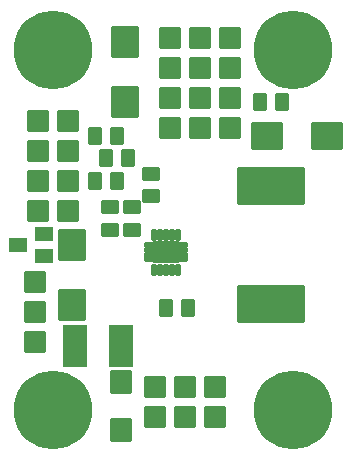
<source format=gbr>
%TF.GenerationSoftware,KiCad,Pcbnew,6.0.4-6f826c9f35~116~ubuntu20.04.1*%
%TF.CreationDate,2022-07-20T12:46:52+00:00*%
%TF.ProjectId,TPS63060V01B,54505336-3330-4363-9056-3031422e6b69,rev?*%
%TF.SameCoordinates,Original*%
%TF.FileFunction,Soldermask,Bot*%
%TF.FilePolarity,Negative*%
%FSLAX46Y46*%
G04 Gerber Fmt 4.6, Leading zero omitted, Abs format (unit mm)*
G04 Created by KiCad (PCBNEW 6.0.4-6f826c9f35~116~ubuntu20.04.1) date 2022-07-20 12:46:52*
%MOMM*%
%LPD*%
G01*
G04 APERTURE LIST*
G04 Aperture macros list*
%AMRoundRect*
0 Rectangle with rounded corners*
0 $1 Rounding radius*
0 $2 $3 $4 $5 $6 $7 $8 $9 X,Y pos of 4 corners*
0 Add a 4 corners polygon primitive as box body*
4,1,4,$2,$3,$4,$5,$6,$7,$8,$9,$2,$3,0*
0 Add four circle primitives for the rounded corners*
1,1,$1+$1,$2,$3*
1,1,$1+$1,$4,$5*
1,1,$1+$1,$6,$7*
1,1,$1+$1,$8,$9*
0 Add four rect primitives between the rounded corners*
20,1,$1+$1,$2,$3,$4,$5,0*
20,1,$1+$1,$4,$5,$6,$7,0*
20,1,$1+$1,$6,$7,$8,$9,0*
20,1,$1+$1,$8,$9,$2,$3,0*%
G04 Aperture macros list end*
%ADD10RoundRect,0.101600X-0.825500X-0.825500X0.825500X-0.825500X0.825500X0.825500X-0.825500X0.825500X0*%
%ADD11RoundRect,0.101600X-0.825500X0.825500X-0.825500X-0.825500X0.825500X-0.825500X0.825500X0.825500X0*%
%ADD12C,6.654800*%
%ADD13RoundRect,0.101600X0.825500X-0.825500X0.825500X0.825500X-0.825500X0.825500X-0.825500X-0.825500X0*%
%ADD14RoundRect,0.101600X0.825500X0.825500X-0.825500X0.825500X-0.825500X-0.825500X0.825500X-0.825500X0*%
%ADD15RoundRect,0.101600X-0.647700X0.495300X-0.647700X-0.495300X0.647700X-0.495300X0.647700X0.495300X0*%
%ADD16RoundRect,0.101600X0.495300X0.647700X-0.495300X0.647700X-0.495300X-0.647700X0.495300X-0.647700X0*%
%ADD17RoundRect,0.101600X-0.700000X0.500000X-0.700000X-0.500000X0.700000X-0.500000X0.700000X0.500000X0*%
%ADD18RoundRect,0.101600X0.850000X-0.900000X0.850000X0.900000X-0.850000X0.900000X-0.850000X-0.900000X0*%
%ADD19RoundRect,0.101600X-0.495300X-0.647700X0.495300X-0.647700X0.495300X0.647700X-0.495300X0.647700X0*%
%ADD20RoundRect,0.101600X-2.750000X-1.500000X2.750000X-1.500000X2.750000X1.500000X-2.750000X1.500000X0*%
%ADD21RoundRect,0.101600X0.647700X-0.495300X0.647700X0.495300X-0.647700X0.495300X-0.647700X-0.495300X0*%
%ADD22RoundRect,0.101600X1.270000X1.079500X-1.270000X1.079500X-1.270000X-1.079500X1.270000X-1.079500X0*%
%ADD23RoundRect,0.101600X-1.079500X1.270000X-1.079500X-1.270000X1.079500X-1.270000X1.079500X1.270000X0*%
%ADD24RoundRect,0.101600X0.950000X1.700000X-0.950000X1.700000X-0.950000X-1.700000X0.950000X-1.700000X0*%
%ADD25RoundRect,0.101600X0.140000X0.425000X-0.140000X0.425000X-0.140000X-0.425000X0.140000X-0.425000X0*%
%ADD26RoundRect,0.101600X1.075000X0.850000X-1.075000X0.850000X-1.075000X-0.850000X1.075000X-0.850000X0*%
%ADD27RoundRect,0.101600X0.350000X0.125000X-0.350000X0.125000X-0.350000X-0.125000X0.350000X-0.125000X0*%
%ADD28C,0.609600*%
G04 APERTURE END LIST*
D10*
%TO.C,SV1*%
X136753600Y-109448600D03*
X136753600Y-111988600D03*
X136753600Y-114528600D03*
%TD*%
D11*
%TO.C,SV6*%
X139611100Y-103416100D03*
X137071100Y-103416100D03*
%TD*%
D12*
%TO.C,X2*%
X138341100Y-120243600D03*
%TD*%
D13*
%TO.C,SV4*%
X139611100Y-98336100D03*
X137071100Y-98336100D03*
X139611100Y-95796100D03*
X137071100Y-95796100D03*
%TD*%
D12*
%TO.C,X4*%
X158661100Y-120243600D03*
%TD*%
D14*
%TO.C,SV5*%
X153263600Y-88811100D03*
X153263600Y-91351100D03*
X150723600Y-88811100D03*
X150723600Y-91351100D03*
X148183600Y-88811100D03*
X148183600Y-91351100D03*
%TD*%
D12*
%TO.C,X1*%
X138341100Y-89763600D03*
%TD*%
%TO.C,X3*%
X158661100Y-89763600D03*
%TD*%
D10*
%TO.C,SV2*%
X148183600Y-96431100D03*
X148183600Y-93891100D03*
X150723600Y-96431100D03*
X150723600Y-93891100D03*
X153263600Y-96431100D03*
X153263600Y-93891100D03*
%TD*%
D11*
%TO.C,SV7*%
X139611100Y-100876100D03*
X137071100Y-100876100D03*
%TD*%
D14*
%TO.C,SV3*%
X151993600Y-118338600D03*
X151993600Y-120878600D03*
X149453600Y-118338600D03*
X149453600Y-120878600D03*
X146913600Y-118338600D03*
X146913600Y-120878600D03*
%TD*%
D15*
%TO.C,C1*%
X145008600Y-103101100D03*
X145008600Y-105001100D03*
%TD*%
D16*
%TO.C,R2*%
X144688600Y-98971100D03*
X142788600Y-98971100D03*
%TD*%
%TO.C,C16*%
X149768600Y-111671100D03*
X147868600Y-111671100D03*
%TD*%
%TO.C,C2*%
X157706100Y-94208600D03*
X155806100Y-94208600D03*
%TD*%
D17*
%TO.C,X9*%
X137536100Y-105323600D03*
X137536100Y-107223600D03*
X135336100Y-106273600D03*
%TD*%
D18*
%TO.C,D1*%
X144056100Y-121976100D03*
X144056100Y-117876100D03*
%TD*%
D19*
%TO.C,R5*%
X141836100Y-97066100D03*
X143736100Y-97066100D03*
%TD*%
D20*
%TO.C,L1*%
X156756100Y-111273600D03*
X156756100Y-101273600D03*
%TD*%
D21*
%TO.C,R3*%
X143103600Y-105001100D03*
X143103600Y-103101100D03*
%TD*%
%TO.C,C5*%
X146596100Y-102143600D03*
X146596100Y-100243600D03*
%TD*%
D22*
%TO.C,C6*%
X156438600Y-97066100D03*
X161518600Y-97066100D03*
%TD*%
D19*
%TO.C,R4*%
X141836100Y-100876100D03*
X143736100Y-100876100D03*
%TD*%
D23*
%TO.C,C3*%
X144373600Y-94208600D03*
X144373600Y-89128600D03*
%TD*%
D24*
%TO.C,P1*%
X144101100Y-114846100D03*
X140201100Y-114846100D03*
%TD*%
D25*
%TO.C,X5*%
X148866100Y-108383600D03*
X148366100Y-108383600D03*
X147866100Y-108383600D03*
X147366100Y-108383600D03*
X146866100Y-108383600D03*
X146866100Y-105433600D03*
X147366100Y-105433600D03*
X147866100Y-105433600D03*
X148366100Y-105433600D03*
X148866100Y-105433600D03*
D26*
X147866100Y-106908600D03*
D27*
X149291100Y-107508600D03*
X149291100Y-107108600D03*
X149291100Y-106708600D03*
X149291100Y-106308600D03*
X146441100Y-106308600D03*
X146441100Y-106708600D03*
X146441100Y-107108600D03*
X146441100Y-107508600D03*
D26*
X147866100Y-106908600D03*
D28*
X147866100Y-106908600D03*
X147466100Y-107308600D03*
X147466100Y-106508600D03*
X148266100Y-107308600D03*
X148266100Y-106508600D03*
%TD*%
D23*
%TO.C,C20*%
X139928600Y-111353600D03*
X139928600Y-106273600D03*
%TD*%
M02*

</source>
